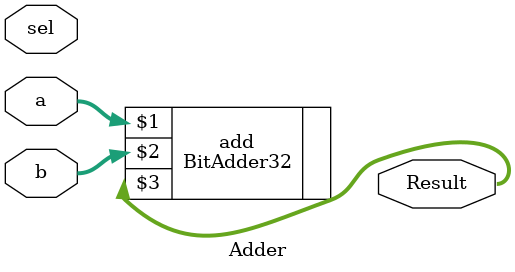
<source format=v>
`timescale 1ns / 1ps


module Adder(input[31:0] a, b, input sel, output [31:0] Result);

BitAdder32 add(a, b, Result);



//always @ (*)
//    if(sel == 0) Result = 32'b0;
endmodule

</source>
